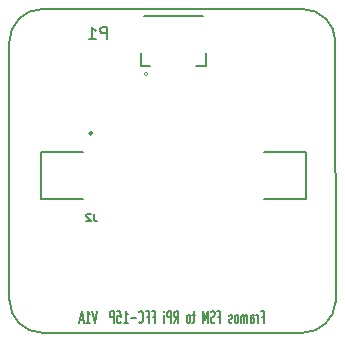
<source format=gbr>
%TF.GenerationSoftware,KiCad,Pcbnew,5.1.12-84ad8e8a86~92~ubuntu18.04.1*%
%TF.CreationDate,2024-08-09T12:32:27+07:00*%
%TF.ProjectId,framos_FSM_IMX_2LANE_Jetson_Adapter,6672616d-6f73-45f4-9653-4d5f494d585f,rev?*%
%TF.SameCoordinates,Original*%
%TF.FileFunction,Legend,Bot*%
%TF.FilePolarity,Positive*%
%FSLAX46Y46*%
G04 Gerber Fmt 4.6, Leading zero omitted, Abs format (unit mm)*
G04 Created by KiCad (PCBNEW 5.1.12-84ad8e8a86~92~ubuntu18.04.1) date 2024-08-09 12:32:27*
%MOMM*%
%LPD*%
G01*
G04 APERTURE LIST*
%TA.AperFunction,Profile*%
%ADD10C,0.200000*%
%TD*%
%ADD11C,0.150000*%
%ADD12C,0.100000*%
%ADD13C,0.127000*%
%ADD14C,0.200000*%
G04 APERTURE END LIST*
D10*
X136475000Y-52525000D02*
X136493537Y-74564288D01*
D11*
X130252474Y-75798371D02*
X130452474Y-75798371D01*
X130452474Y-76322180D02*
X130452474Y-75322180D01*
X130166760Y-75322180D01*
X129938188Y-76322180D02*
X129938188Y-75655514D01*
X129938188Y-75845990D02*
X129909617Y-75750752D01*
X129881045Y-75703133D01*
X129823902Y-75655514D01*
X129766760Y-75655514D01*
X129309617Y-76322180D02*
X129309617Y-75798371D01*
X129338188Y-75703133D01*
X129395331Y-75655514D01*
X129509617Y-75655514D01*
X129566760Y-75703133D01*
X129309617Y-76274561D02*
X129366760Y-76322180D01*
X129509617Y-76322180D01*
X129566760Y-76274561D01*
X129595331Y-76179323D01*
X129595331Y-76084085D01*
X129566760Y-75988847D01*
X129509617Y-75941228D01*
X129366760Y-75941228D01*
X129309617Y-75893609D01*
X129023902Y-76322180D02*
X129023902Y-75655514D01*
X129023902Y-75750752D02*
X128995331Y-75703133D01*
X128938188Y-75655514D01*
X128852474Y-75655514D01*
X128795331Y-75703133D01*
X128766760Y-75798371D01*
X128766760Y-76322180D01*
X128766760Y-75798371D02*
X128738188Y-75703133D01*
X128681045Y-75655514D01*
X128595331Y-75655514D01*
X128538188Y-75703133D01*
X128509617Y-75798371D01*
X128509617Y-76322180D01*
X128138188Y-76322180D02*
X128195331Y-76274561D01*
X128223902Y-76226942D01*
X128252474Y-76131704D01*
X128252474Y-75845990D01*
X128223902Y-75750752D01*
X128195331Y-75703133D01*
X128138188Y-75655514D01*
X128052474Y-75655514D01*
X127995331Y-75703133D01*
X127966760Y-75750752D01*
X127938188Y-75845990D01*
X127938188Y-76131704D01*
X127966760Y-76226942D01*
X127995331Y-76274561D01*
X128052474Y-76322180D01*
X128138188Y-76322180D01*
X127709617Y-76274561D02*
X127652474Y-76322180D01*
X127538188Y-76322180D01*
X127481045Y-76274561D01*
X127452474Y-76179323D01*
X127452474Y-76131704D01*
X127481045Y-76036466D01*
X127538188Y-75988847D01*
X127623902Y-75988847D01*
X127681045Y-75941228D01*
X127709617Y-75845990D01*
X127709617Y-75798371D01*
X127681045Y-75703133D01*
X127623902Y-75655514D01*
X127538188Y-75655514D01*
X127481045Y-75703133D01*
X126538188Y-75798371D02*
X126738188Y-75798371D01*
X126738188Y-76322180D02*
X126738188Y-75322180D01*
X126452474Y-75322180D01*
X126252474Y-76274561D02*
X126166760Y-76322180D01*
X126023902Y-76322180D01*
X125966760Y-76274561D01*
X125938188Y-76226942D01*
X125909617Y-76131704D01*
X125909617Y-76036466D01*
X125938188Y-75941228D01*
X125966760Y-75893609D01*
X126023902Y-75845990D01*
X126138188Y-75798371D01*
X126195331Y-75750752D01*
X126223902Y-75703133D01*
X126252474Y-75607895D01*
X126252474Y-75512657D01*
X126223902Y-75417419D01*
X126195331Y-75369800D01*
X126138188Y-75322180D01*
X125995331Y-75322180D01*
X125909617Y-75369800D01*
X125652474Y-76322180D02*
X125652474Y-75322180D01*
X125452474Y-76036466D01*
X125252474Y-75322180D01*
X125252474Y-76322180D01*
X124595331Y-75655514D02*
X124366760Y-75655514D01*
X124509617Y-75322180D02*
X124509617Y-76179323D01*
X124481045Y-76274561D01*
X124423902Y-76322180D01*
X124366760Y-76322180D01*
X124081045Y-76322180D02*
X124138188Y-76274561D01*
X124166760Y-76226942D01*
X124195331Y-76131704D01*
X124195331Y-75845990D01*
X124166760Y-75750752D01*
X124138188Y-75703133D01*
X124081045Y-75655514D01*
X123995331Y-75655514D01*
X123938188Y-75703133D01*
X123909617Y-75750752D01*
X123881045Y-75845990D01*
X123881045Y-76131704D01*
X123909617Y-76226942D01*
X123938188Y-76274561D01*
X123995331Y-76322180D01*
X124081045Y-76322180D01*
X122823902Y-76322180D02*
X123023902Y-75845990D01*
X123166760Y-76322180D02*
X123166760Y-75322180D01*
X122938188Y-75322180D01*
X122881045Y-75369800D01*
X122852474Y-75417419D01*
X122823902Y-75512657D01*
X122823902Y-75655514D01*
X122852474Y-75750752D01*
X122881045Y-75798371D01*
X122938188Y-75845990D01*
X123166760Y-75845990D01*
X122566760Y-76322180D02*
X122566760Y-75322180D01*
X122338188Y-75322180D01*
X122281045Y-75369800D01*
X122252474Y-75417419D01*
X122223902Y-75512657D01*
X122223902Y-75655514D01*
X122252474Y-75750752D01*
X122281045Y-75798371D01*
X122338188Y-75845990D01*
X122566760Y-75845990D01*
X121966760Y-76322180D02*
X121966760Y-75655514D01*
X121966760Y-75322180D02*
X121995331Y-75369800D01*
X121966760Y-75417419D01*
X121938188Y-75369800D01*
X121966760Y-75322180D01*
X121966760Y-75417419D01*
X121023902Y-75798371D02*
X121223902Y-75798371D01*
X121223902Y-76322180D02*
X121223902Y-75322180D01*
X120938188Y-75322180D01*
X120509617Y-75798371D02*
X120709617Y-75798371D01*
X120709617Y-76322180D02*
X120709617Y-75322180D01*
X120423902Y-75322180D01*
X119852474Y-76226942D02*
X119881045Y-76274561D01*
X119966760Y-76322180D01*
X120023902Y-76322180D01*
X120109617Y-76274561D01*
X120166760Y-76179323D01*
X120195331Y-76084085D01*
X120223902Y-75893609D01*
X120223902Y-75750752D01*
X120195331Y-75560276D01*
X120166760Y-75465038D01*
X120109617Y-75369800D01*
X120023902Y-75322180D01*
X119966760Y-75322180D01*
X119881045Y-75369800D01*
X119852474Y-75417419D01*
X119595331Y-75941228D02*
X119138188Y-75941228D01*
X118538188Y-76322180D02*
X118881045Y-76322180D01*
X118709617Y-76322180D02*
X118709617Y-75322180D01*
X118766760Y-75465038D01*
X118823902Y-75560276D01*
X118881045Y-75607895D01*
X117995331Y-75322180D02*
X118281045Y-75322180D01*
X118309617Y-75798371D01*
X118281045Y-75750752D01*
X118223902Y-75703133D01*
X118081045Y-75703133D01*
X118023902Y-75750752D01*
X117995331Y-75798371D01*
X117966760Y-75893609D01*
X117966760Y-76131704D01*
X117995331Y-76226942D01*
X118023902Y-76274561D01*
X118081045Y-76322180D01*
X118223902Y-76322180D01*
X118281045Y-76274561D01*
X118309617Y-76226942D01*
X117709617Y-76322180D02*
X117709617Y-75322180D01*
X117481045Y-75322180D01*
X117423902Y-75369800D01*
X117395331Y-75417419D01*
X117366760Y-75512657D01*
X117366760Y-75655514D01*
X117395331Y-75750752D01*
X117423902Y-75798371D01*
X117481045Y-75845990D01*
X117709617Y-75845990D01*
X116281045Y-75322180D02*
X116081045Y-76322180D01*
X115881045Y-75322180D01*
X115366760Y-76322180D02*
X115709617Y-76322180D01*
X115538188Y-76322180D02*
X115538188Y-75322180D01*
X115595331Y-75465038D01*
X115652474Y-75560276D01*
X115709617Y-75607895D01*
X115138188Y-76036466D02*
X114852474Y-76036466D01*
X115195331Y-76322180D02*
X114995331Y-75322180D01*
X114795331Y-76322180D01*
D10*
X136493537Y-74564288D02*
G75*
G02*
X133725000Y-77150000I-2768537J189288D01*
G01*
X111650000Y-77150000D02*
G75*
G02*
X108875000Y-74375000I0J2775000D01*
G01*
X133700000Y-49750000D02*
G75*
G02*
X136475000Y-52525000I0J-2775000D01*
G01*
X108875000Y-52525000D02*
G75*
G02*
X111650000Y-49750000I2775000J0D01*
G01*
X108875000Y-74375000D02*
X108875000Y-52525000D01*
X133725000Y-77150000D02*
X111650000Y-77150000D01*
X111650000Y-49750000D02*
X133700000Y-49750000D01*
D12*
%TO.C,P1*%
X120598040Y-55264280D02*
G75*
G03*
X120598040Y-55264280I-150000J0D01*
G01*
D13*
X119998040Y-53514280D02*
X119998040Y-54564280D01*
X119998040Y-54564280D02*
X120798040Y-54564280D01*
X124698040Y-54564280D02*
X125498040Y-54564280D01*
X125498040Y-54564280D02*
X125498040Y-53514280D01*
X120248040Y-50364280D02*
X125248040Y-50364280D01*
%TO.C,J2*%
X111573440Y-65865760D02*
X115123440Y-65865760D01*
X111573440Y-61815760D02*
X115123440Y-61815760D01*
X133973440Y-65865760D02*
X130423440Y-65865760D01*
X133973440Y-61815760D02*
X130423440Y-61815760D01*
D14*
X115914859Y-60265760D02*
G75*
G03*
X115914859Y-60265760I-141419J0D01*
G01*
D13*
X133973440Y-61815760D02*
X133973440Y-65865760D01*
X111573440Y-61815760D02*
X111573440Y-65865760D01*
%TD*%
%TO.C,P1*%
D11*
X117131386Y-52288904D02*
X117131386Y-51288455D01*
X116750263Y-51288455D01*
X116654982Y-51336095D01*
X116607341Y-51383735D01*
X116559701Y-51479016D01*
X116559701Y-51621938D01*
X116607341Y-51717218D01*
X116654982Y-51764859D01*
X116750263Y-51812499D01*
X117131386Y-51812499D01*
X115606892Y-52288904D02*
X116178578Y-52288904D01*
X115892735Y-52288904D02*
X115892735Y-51288455D01*
X115988016Y-51431376D01*
X116083297Y-51526657D01*
X116178578Y-51574297D01*
%TO.C,J2*%
X116042627Y-67065851D02*
X116042627Y-67523453D01*
X116073134Y-67614974D01*
X116134148Y-67675987D01*
X116225668Y-67706494D01*
X116286682Y-67706494D01*
X115768066Y-67126865D02*
X115737559Y-67096358D01*
X115676545Y-67065851D01*
X115524011Y-67065851D01*
X115462998Y-67096358D01*
X115432491Y-67126865D01*
X115401984Y-67187878D01*
X115401984Y-67248892D01*
X115432491Y-67340412D01*
X115798573Y-67706494D01*
X115401984Y-67706494D01*
%TD*%
M02*

</source>
